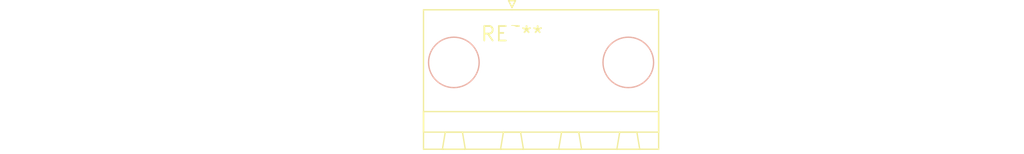
<source format=kicad_pcb>
(kicad_pcb (version 20240108) (generator pcbnew)
  (layers (0 "F.Cu" signal) (31 "B.Cu" signal) (34 "B.Paste" user) (35 "F.Paste" user) (36 "B.SilkS" user "B.Silkscreen") (37 "F.SilkS" user "F.Silkscreen") (38 "B.Mask" user) (39 "F.Mask" user) (44 "Edge.Cuts" user))
  (net 0 "")
  (footprint "PhoenixContact_MSTB_2,5_2-GF-5,08_1x02_P5.08mm_Horizontal_ThreadedFlange_MountHole" (layer "F.Cu") (at 0 0)
    (property "Reference" "REF**")
    (property "Value" "PhoenixContact_MSTB_2,5_2-GF-5,08_1x02_P5.08mm_Horizontal_ThreadedFlange_MountHole")
    (fp_circle (center -5.08 2.5) (end -2.87 2.5) (layer "B.SilkS") (stroke (width 0.12)) (fill none))
    (fp_circle (center 10.16 2.5) (end 12.37 2.5) (layer "B.SilkS") (stroke (width 0.12)) (fill none))
    (fp_line (start -7.73 -2.11) (end -7.73 10.11) (layer "F.SilkS") (stroke (width 0.12)))
    (fp_line (start -7.73 6.81) (end 12.81 6.81) (layer "F.SilkS") (stroke (width 0.12)))
    (fp_line (start -7.73 8.61) (end -7.73 6.81) (layer "F.SilkS") (stroke (width 0.12)))
    (fp_line (start -7.73 10.11) (end 12.81 10.11) (layer "F.SilkS") (stroke (width 0.12)))
    (fp_line (start -6.08 10.11) (end -4.08 10.11) (layer "F.SilkS") (stroke (width 0.12)))
    (fp_line (start -5.83 8.61) (end -6.08 10.11) (layer "F.SilkS") (stroke (width 0.12)))
    (fp_line (start -4.33 8.61) (end -5.83 8.61) (layer "F.SilkS") (stroke (width 0.12)))
    (fp_line (start -4.08 10.11) (end -4.33 8.61) (layer "F.SilkS") (stroke (width 0.12)))
    (fp_line (start -1 10.11) (end 1 10.11) (layer "F.SilkS") (stroke (width 0.12)))
    (fp_line (start -0.75 8.61) (end -1 10.11) (layer "F.SilkS") (stroke (width 0.12)))
    (fp_line (start -0.3 -2.91) (end 0.3 -2.91) (layer "F.SilkS") (stroke (width 0.12)))
    (fp_line (start 0 -2.31) (end -0.3 -2.91) (layer "F.SilkS") (stroke (width 0.12)))
    (fp_line (start 0.3 -2.91) (end 0 -2.31) (layer "F.SilkS") (stroke (width 0.12)))
    (fp_line (start 0.75 8.61) (end -0.75 8.61) (layer "F.SilkS") (stroke (width 0.12)))
    (fp_line (start 1 10.11) (end 0.75 8.61) (layer "F.SilkS") (stroke (width 0.12)))
    (fp_line (start 4.08 10.11) (end 6.08 10.11) (layer "F.SilkS") (stroke (width 0.12)))
    (fp_line (start 4.33 8.61) (end 4.08 10.11) (layer "F.SilkS") (stroke (width 0.12)))
    (fp_line (start 5.83 8.61) (end 4.33 8.61) (layer "F.SilkS") (stroke (width 0.12)))
    (fp_line (start 6.08 10.11) (end 5.83 8.61) (layer "F.SilkS") (stroke (width 0.12)))
    (fp_line (start 9.16 10.11) (end 11.16 10.11) (layer "F.SilkS") (stroke (width 0.12)))
    (fp_line (start 9.41 8.61) (end 9.16 10.11) (layer "F.SilkS") (stroke (width 0.12)))
    (fp_line (start 10.91 8.61) (end 9.41 8.61) (layer "F.SilkS") (stroke (width 0.12)))
    (fp_line (start 11.16 10.11) (end 10.91 8.61) (layer "F.SilkS") (stroke (width 0.12)))
    (fp_line (start 12.81 -2.11) (end -7.73 -2.11) (layer "F.SilkS") (stroke (width 0.12)))
    (fp_line (start 12.81 6.81) (end 12.81 8.61) (layer "F.SilkS") (stroke (width 0.12)))
    (fp_line (start 12.81 8.61) (end -7.73 8.61) (layer "F.SilkS") (stroke (width 0.12)))
    (fp_line (start 12.81 10.11) (end 12.81 -2.11) (layer "F.SilkS") (stroke (width 0.12)))
    (pad "" np_thru_hole circle (at -5.08 2.5) (size 2.4 2.4) (drill 2.4) (layers *.Cu *.Mask))
    (pad "" np_thru_hole circle (at 10.16 2.5) (size 2.4 2.4) (drill 2.4) (layers *.Cu *.Mask))
    (pad "1" thru_hole roundrect (at 0 0) (size 2.08 3.6) (drill 1.4) (layers *.Cu *.Mask) (remove_unused_layers) (roundrect_rratio 0.120192))
    (pad "2" thru_hole oval (at 5.08 0) (size 2.08 3.6) (drill 1.4) (layers *.Cu *.Mask) (remove_unused_layers))
  )
)
</source>
